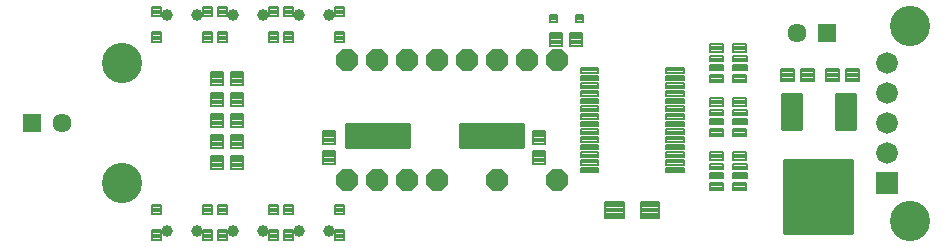
<source format=gts>
G75*
G70*
%OFA0B0*%
%FSLAX24Y24*%
%IPPOS*%
%LPD*%
%AMOC8*
5,1,8,0,0,1.08239X$1,22.5*
%
%ADD10C,0.1340*%
%ADD11R,0.0635X0.0635*%
%ADD12C,0.0635*%
%ADD13C,0.0081*%
%ADD14C,0.0081*%
%ADD15C,0.0084*%
%ADD16C,0.0082*%
%ADD17R,0.0720X0.0720*%
%ADD18C,0.0720*%
%ADD19C,0.0081*%
%ADD20C,0.0082*%
%ADD21OC8,0.0714*%
%ADD22C,0.0095*%
%ADD23C,0.0085*%
%ADD24C,0.0082*%
%ADD25C,0.0395*%
%ADD26C,0.0083*%
D10*
X004161Y002282D03*
X004161Y006282D03*
X030411Y007532D03*
X030411Y001032D03*
D11*
X027661Y007282D03*
X001161Y004282D03*
D12*
X002161Y004282D03*
X026661Y007282D03*
D13*
X026543Y005685D02*
X026111Y005685D01*
X026111Y006079D01*
X026543Y006079D01*
X026543Y005685D01*
X026543Y005765D02*
X026111Y005765D01*
X026111Y005845D02*
X026543Y005845D01*
X026543Y005925D02*
X026111Y005925D01*
X026111Y006005D02*
X026543Y006005D01*
X026780Y005685D02*
X027212Y005685D01*
X026780Y005685D02*
X026780Y006079D01*
X027212Y006079D01*
X027212Y005685D01*
X027212Y005765D02*
X026780Y005765D01*
X026780Y005845D02*
X027212Y005845D01*
X027212Y005925D02*
X026780Y005925D01*
X026780Y006005D02*
X027212Y006005D01*
X027611Y005685D02*
X028043Y005685D01*
X027611Y005685D02*
X027611Y006079D01*
X028043Y006079D01*
X028043Y005685D01*
X028043Y005765D02*
X027611Y005765D01*
X027611Y005845D02*
X028043Y005845D01*
X028043Y005925D02*
X027611Y005925D01*
X027611Y006005D02*
X028043Y006005D01*
X028280Y005685D02*
X028712Y005685D01*
X028280Y005685D02*
X028280Y006079D01*
X028712Y006079D01*
X028712Y005685D01*
X028712Y005765D02*
X028280Y005765D01*
X028280Y005845D02*
X028712Y005845D01*
X028712Y005925D02*
X028280Y005925D01*
X028280Y006005D02*
X028712Y006005D01*
X019493Y007298D02*
X019099Y007298D01*
X019493Y007298D02*
X019493Y006866D01*
X019099Y006866D01*
X019099Y007298D01*
X019099Y006946D02*
X019493Y006946D01*
X019493Y007026D02*
X019099Y007026D01*
X019099Y007106D02*
X019493Y007106D01*
X019493Y007186D02*
X019099Y007186D01*
X019099Y007266D02*
X019493Y007266D01*
X018824Y007298D02*
X018430Y007298D01*
X018824Y007298D02*
X018824Y006866D01*
X018430Y006866D01*
X018430Y007298D01*
X018430Y006946D02*
X018824Y006946D01*
X018824Y007026D02*
X018430Y007026D01*
X018430Y007106D02*
X018824Y007106D01*
X018824Y007186D02*
X018430Y007186D01*
X018430Y007266D02*
X018824Y007266D01*
X017864Y004033D02*
X017864Y003601D01*
X017864Y004033D02*
X018258Y004033D01*
X018258Y003601D01*
X017864Y003601D01*
X017864Y003681D02*
X018258Y003681D01*
X018258Y003761D02*
X017864Y003761D01*
X017864Y003841D02*
X018258Y003841D01*
X018258Y003921D02*
X017864Y003921D01*
X017864Y004001D02*
X018258Y004001D01*
X017864Y003364D02*
X017864Y002932D01*
X017864Y003364D02*
X018258Y003364D01*
X018258Y002932D01*
X017864Y002932D01*
X017864Y003012D02*
X018258Y003012D01*
X018258Y003092D02*
X017864Y003092D01*
X017864Y003172D02*
X018258Y003172D01*
X018258Y003252D02*
X017864Y003252D01*
X017864Y003332D02*
X018258Y003332D01*
X010864Y003364D02*
X010864Y002932D01*
X010864Y003364D02*
X011258Y003364D01*
X011258Y002932D01*
X010864Y002932D01*
X010864Y003012D02*
X011258Y003012D01*
X011258Y003092D02*
X010864Y003092D01*
X010864Y003172D02*
X011258Y003172D01*
X011258Y003252D02*
X010864Y003252D01*
X010864Y003332D02*
X011258Y003332D01*
X010864Y003601D02*
X010864Y004033D01*
X011258Y004033D01*
X011258Y003601D01*
X010864Y003601D01*
X010864Y003681D02*
X011258Y003681D01*
X011258Y003761D02*
X010864Y003761D01*
X010864Y003841D02*
X011258Y003841D01*
X011258Y003921D02*
X010864Y003921D01*
X010864Y004001D02*
X011258Y004001D01*
X008193Y003466D02*
X007799Y003466D01*
X007799Y003898D01*
X008193Y003898D01*
X008193Y003466D01*
X008193Y003546D02*
X007799Y003546D01*
X007799Y003626D02*
X008193Y003626D01*
X008193Y003706D02*
X007799Y003706D01*
X007799Y003786D02*
X008193Y003786D01*
X008193Y003866D02*
X007799Y003866D01*
X007524Y003466D02*
X007130Y003466D01*
X007130Y003898D01*
X007524Y003898D01*
X007524Y003466D01*
X007524Y003546D02*
X007130Y003546D01*
X007130Y003626D02*
X007524Y003626D01*
X007524Y003706D02*
X007130Y003706D01*
X007130Y003786D02*
X007524Y003786D01*
X007524Y003866D02*
X007130Y003866D01*
X007130Y004166D02*
X007524Y004166D01*
X007130Y004166D02*
X007130Y004598D01*
X007524Y004598D01*
X007524Y004166D01*
X007524Y004246D02*
X007130Y004246D01*
X007130Y004326D02*
X007524Y004326D01*
X007524Y004406D02*
X007130Y004406D01*
X007130Y004486D02*
X007524Y004486D01*
X007524Y004566D02*
X007130Y004566D01*
X007799Y004166D02*
X008193Y004166D01*
X007799Y004166D02*
X007799Y004598D01*
X008193Y004598D01*
X008193Y004166D01*
X008193Y004246D02*
X007799Y004246D01*
X007799Y004326D02*
X008193Y004326D01*
X008193Y004406D02*
X007799Y004406D01*
X007799Y004486D02*
X008193Y004486D01*
X008193Y004566D02*
X007799Y004566D01*
X007799Y004866D02*
X008193Y004866D01*
X007799Y004866D02*
X007799Y005298D01*
X008193Y005298D01*
X008193Y004866D01*
X008193Y004946D02*
X007799Y004946D01*
X007799Y005026D02*
X008193Y005026D01*
X008193Y005106D02*
X007799Y005106D01*
X007799Y005186D02*
X008193Y005186D01*
X008193Y005266D02*
X007799Y005266D01*
X007524Y004866D02*
X007130Y004866D01*
X007130Y005298D01*
X007524Y005298D01*
X007524Y004866D01*
X007524Y004946D02*
X007130Y004946D01*
X007130Y005026D02*
X007524Y005026D01*
X007524Y005106D02*
X007130Y005106D01*
X007130Y005186D02*
X007524Y005186D01*
X007524Y005266D02*
X007130Y005266D01*
X007130Y005566D02*
X007524Y005566D01*
X007130Y005566D02*
X007130Y005998D01*
X007524Y005998D01*
X007524Y005566D01*
X007524Y005646D02*
X007130Y005646D01*
X007130Y005726D02*
X007524Y005726D01*
X007524Y005806D02*
X007130Y005806D01*
X007130Y005886D02*
X007524Y005886D01*
X007524Y005966D02*
X007130Y005966D01*
X007799Y005566D02*
X008193Y005566D01*
X007799Y005566D02*
X007799Y005998D01*
X008193Y005998D01*
X008193Y005566D01*
X008193Y005646D02*
X007799Y005646D01*
X007799Y005726D02*
X008193Y005726D01*
X008193Y005806D02*
X007799Y005806D01*
X007799Y005886D02*
X008193Y005886D01*
X008193Y005966D02*
X007799Y005966D01*
X007799Y002766D02*
X008193Y002766D01*
X007799Y002766D02*
X007799Y003198D01*
X008193Y003198D01*
X008193Y002766D01*
X008193Y002846D02*
X007799Y002846D01*
X007799Y002926D02*
X008193Y002926D01*
X008193Y003006D02*
X007799Y003006D01*
X007799Y003086D02*
X008193Y003086D01*
X008193Y003166D02*
X007799Y003166D01*
X007524Y002766D02*
X007130Y002766D01*
X007130Y003198D01*
X007524Y003198D01*
X007524Y002766D01*
X007524Y002846D02*
X007130Y002846D01*
X007130Y002926D02*
X007524Y002926D01*
X007524Y003006D02*
X007130Y003006D01*
X007130Y003086D02*
X007524Y003086D01*
X007524Y003166D02*
X007130Y003166D01*
D14*
X019439Y003153D02*
X019439Y003309D01*
X020029Y003309D01*
X020029Y003153D01*
X019439Y003153D01*
X019439Y003233D02*
X020029Y003233D01*
X019439Y003409D02*
X019439Y003565D01*
X020029Y003565D01*
X020029Y003409D01*
X019439Y003409D01*
X019439Y003489D02*
X020029Y003489D01*
X019439Y003664D02*
X019439Y003820D01*
X020029Y003820D01*
X020029Y003664D01*
X019439Y003664D01*
X019439Y003744D02*
X020029Y003744D01*
X019439Y003920D02*
X019439Y004076D01*
X020029Y004076D01*
X020029Y003920D01*
X019439Y003920D01*
X019439Y004000D02*
X020029Y004000D01*
X019439Y004176D02*
X019439Y004332D01*
X020029Y004332D01*
X020029Y004176D01*
X019439Y004176D01*
X019439Y004256D02*
X020029Y004256D01*
X019439Y004432D02*
X019439Y004588D01*
X020029Y004588D01*
X020029Y004432D01*
X019439Y004432D01*
X019439Y004512D02*
X020029Y004512D01*
X019439Y004688D02*
X019439Y004844D01*
X020029Y004844D01*
X020029Y004688D01*
X019439Y004688D01*
X019439Y004768D02*
X020029Y004768D01*
X019439Y004944D02*
X019439Y005100D01*
X020029Y005100D01*
X020029Y004944D01*
X019439Y004944D01*
X019439Y005024D02*
X020029Y005024D01*
X019439Y005200D02*
X019439Y005356D01*
X020029Y005356D01*
X020029Y005200D01*
X019439Y005200D01*
X019439Y005280D02*
X020029Y005280D01*
X019439Y005456D02*
X019439Y005612D01*
X020029Y005612D01*
X020029Y005456D01*
X019439Y005456D01*
X019439Y005536D02*
X020029Y005536D01*
X019439Y005712D02*
X019439Y005868D01*
X020029Y005868D01*
X020029Y005712D01*
X019439Y005712D01*
X019439Y005792D02*
X020029Y005792D01*
X019439Y005968D02*
X019439Y006124D01*
X020029Y006124D01*
X020029Y005968D01*
X019439Y005968D01*
X019439Y006048D02*
X020029Y006048D01*
X022293Y005968D02*
X022293Y006124D01*
X022883Y006124D01*
X022883Y005968D01*
X022293Y005968D01*
X022293Y006048D02*
X022883Y006048D01*
X022293Y005868D02*
X022293Y005712D01*
X022293Y005868D02*
X022883Y005868D01*
X022883Y005712D01*
X022293Y005712D01*
X022293Y005792D02*
X022883Y005792D01*
X022293Y005612D02*
X022293Y005456D01*
X022293Y005612D02*
X022883Y005612D01*
X022883Y005456D01*
X022293Y005456D01*
X022293Y005536D02*
X022883Y005536D01*
X022293Y005356D02*
X022293Y005200D01*
X022293Y005356D02*
X022883Y005356D01*
X022883Y005200D01*
X022293Y005200D01*
X022293Y005280D02*
X022883Y005280D01*
X022293Y005100D02*
X022293Y004944D01*
X022293Y005100D02*
X022883Y005100D01*
X022883Y004944D01*
X022293Y004944D01*
X022293Y005024D02*
X022883Y005024D01*
X022293Y004844D02*
X022293Y004688D01*
X022293Y004844D02*
X022883Y004844D01*
X022883Y004688D01*
X022293Y004688D01*
X022293Y004768D02*
X022883Y004768D01*
X022293Y004588D02*
X022293Y004432D01*
X022293Y004588D02*
X022883Y004588D01*
X022883Y004432D01*
X022293Y004432D01*
X022293Y004512D02*
X022883Y004512D01*
X022293Y004332D02*
X022293Y004176D01*
X022293Y004332D02*
X022883Y004332D01*
X022883Y004176D01*
X022293Y004176D01*
X022293Y004256D02*
X022883Y004256D01*
X022293Y004076D02*
X022293Y003920D01*
X022293Y004076D02*
X022883Y004076D01*
X022883Y003920D01*
X022293Y003920D01*
X022293Y004000D02*
X022883Y004000D01*
X022293Y003820D02*
X022293Y003664D01*
X022293Y003820D02*
X022883Y003820D01*
X022883Y003664D01*
X022293Y003664D01*
X022293Y003744D02*
X022883Y003744D01*
X022293Y003565D02*
X022293Y003409D01*
X022293Y003565D02*
X022883Y003565D01*
X022883Y003409D01*
X022293Y003409D01*
X022293Y003489D02*
X022883Y003489D01*
X022293Y003309D02*
X022293Y003153D01*
X022293Y003309D02*
X022883Y003309D01*
X022883Y003153D01*
X022293Y003153D01*
X022293Y003233D02*
X022883Y003233D01*
X022293Y003053D02*
X022293Y002897D01*
X022293Y003053D02*
X022883Y003053D01*
X022883Y002897D01*
X022293Y002897D01*
X022293Y002977D02*
X022883Y002977D01*
X022293Y002797D02*
X022293Y002641D01*
X022293Y002797D02*
X022883Y002797D01*
X022883Y002641D01*
X022293Y002641D01*
X022293Y002721D02*
X022883Y002721D01*
X019439Y002641D02*
X019439Y002797D01*
X020029Y002797D01*
X020029Y002641D01*
X019439Y002641D01*
X019439Y002721D02*
X020029Y002721D01*
X019439Y002897D02*
X019439Y003053D01*
X020029Y003053D01*
X020029Y002897D01*
X019439Y002897D01*
X019439Y002977D02*
X020029Y002977D01*
D15*
X017509Y004260D02*
X015413Y004260D01*
X017509Y004260D02*
X017509Y003504D01*
X015413Y003504D01*
X015413Y004260D01*
X015413Y003587D02*
X017509Y003587D01*
X017509Y003670D02*
X015413Y003670D01*
X015413Y003753D02*
X017509Y003753D01*
X017509Y003836D02*
X015413Y003836D01*
X015413Y003919D02*
X017509Y003919D01*
X017509Y004002D02*
X015413Y004002D01*
X015413Y004085D02*
X017509Y004085D01*
X017509Y004168D02*
X015413Y004168D01*
X015413Y004251D02*
X017509Y004251D01*
X013709Y004260D02*
X011613Y004260D01*
X013709Y004260D02*
X013709Y003504D01*
X011613Y003504D01*
X011613Y004260D01*
X011613Y003587D02*
X013709Y003587D01*
X013709Y003670D02*
X011613Y003670D01*
X011613Y003753D02*
X013709Y003753D01*
X013709Y003836D02*
X011613Y003836D01*
X011613Y003919D02*
X013709Y003919D01*
X013709Y004002D02*
X011613Y004002D01*
X011613Y004085D02*
X013709Y004085D01*
X013709Y004168D02*
X011613Y004168D01*
X011613Y004251D02*
X013709Y004251D01*
D16*
X020257Y001108D02*
X020885Y001108D01*
X020257Y001108D02*
X020257Y001656D01*
X020885Y001656D01*
X020885Y001108D01*
X020885Y001189D02*
X020257Y001189D01*
X020257Y001270D02*
X020885Y001270D01*
X020885Y001351D02*
X020257Y001351D01*
X020257Y001432D02*
X020885Y001432D01*
X020885Y001513D02*
X020257Y001513D01*
X020257Y001594D02*
X020885Y001594D01*
X021438Y001656D02*
X022066Y001656D01*
X022066Y001108D01*
X021438Y001108D01*
X021438Y001656D01*
X021438Y001189D02*
X022066Y001189D01*
X022066Y001270D02*
X021438Y001270D01*
X021438Y001351D02*
X022066Y001351D01*
X022066Y001432D02*
X021438Y001432D01*
X021438Y001513D02*
X022066Y001513D01*
X022066Y001594D02*
X021438Y001594D01*
D17*
X029661Y002282D03*
D18*
X029661Y003282D03*
X029661Y004282D03*
X029661Y005282D03*
X029661Y006282D03*
D19*
X024971Y006211D02*
X024971Y006039D01*
X024519Y006039D01*
X024519Y006211D01*
X024971Y006211D01*
X024971Y006119D02*
X024519Y006119D01*
X024519Y006199D02*
X024971Y006199D01*
X024971Y006354D02*
X024971Y006526D01*
X024971Y006354D02*
X024519Y006354D01*
X024519Y006526D01*
X024971Y006526D01*
X024971Y006434D02*
X024519Y006434D01*
X024519Y006514D02*
X024971Y006514D01*
X024203Y006526D02*
X024203Y006354D01*
X023751Y006354D01*
X023751Y006526D01*
X024203Y006526D01*
X024203Y006434D02*
X023751Y006434D01*
X023751Y006514D02*
X024203Y006514D01*
X024203Y006211D02*
X024203Y006039D01*
X023751Y006039D01*
X023751Y006211D01*
X024203Y006211D01*
X024203Y006119D02*
X023751Y006119D01*
X023751Y006199D02*
X024203Y006199D01*
X024203Y004726D02*
X024203Y004554D01*
X023751Y004554D01*
X023751Y004726D01*
X024203Y004726D01*
X024203Y004634D02*
X023751Y004634D01*
X023751Y004714D02*
X024203Y004714D01*
X024971Y004726D02*
X024971Y004554D01*
X024519Y004554D01*
X024519Y004726D01*
X024971Y004726D01*
X024971Y004634D02*
X024519Y004634D01*
X024519Y004714D02*
X024971Y004714D01*
X024971Y004411D02*
X024971Y004239D01*
X024519Y004239D01*
X024519Y004411D01*
X024971Y004411D01*
X024971Y004319D02*
X024519Y004319D01*
X024519Y004399D02*
X024971Y004399D01*
X024203Y004411D02*
X024203Y004239D01*
X023751Y004239D01*
X023751Y004411D01*
X024203Y004411D01*
X024203Y004319D02*
X023751Y004319D01*
X023751Y004399D02*
X024203Y004399D01*
X024203Y002926D02*
X024203Y002754D01*
X023751Y002754D01*
X023751Y002926D01*
X024203Y002926D01*
X024203Y002834D02*
X023751Y002834D01*
X023751Y002914D02*
X024203Y002914D01*
X024971Y002926D02*
X024971Y002754D01*
X024519Y002754D01*
X024519Y002926D01*
X024971Y002926D01*
X024971Y002834D02*
X024519Y002834D01*
X024519Y002914D02*
X024971Y002914D01*
X024971Y002611D02*
X024971Y002439D01*
X024519Y002439D01*
X024519Y002611D01*
X024971Y002611D01*
X024971Y002519D02*
X024519Y002519D01*
X024519Y002599D02*
X024971Y002599D01*
X024203Y002611D02*
X024203Y002439D01*
X023751Y002439D01*
X023751Y002611D01*
X024203Y002611D01*
X024203Y002519D02*
X023751Y002519D01*
X023751Y002599D02*
X024203Y002599D01*
D20*
X024202Y002295D02*
X024202Y002049D01*
X023752Y002049D01*
X023752Y002295D01*
X024202Y002295D01*
X024202Y002130D02*
X023752Y002130D01*
X023752Y002211D02*
X024202Y002211D01*
X024202Y002292D02*
X023752Y002292D01*
X024970Y002295D02*
X024970Y002049D01*
X024520Y002049D01*
X024520Y002295D01*
X024970Y002295D01*
X024970Y002130D02*
X024520Y002130D01*
X024520Y002211D02*
X024970Y002211D01*
X024970Y002292D02*
X024520Y002292D01*
X024970Y003069D02*
X024970Y003315D01*
X024970Y003069D02*
X024520Y003069D01*
X024520Y003315D01*
X024970Y003315D01*
X024970Y003150D02*
X024520Y003150D01*
X024520Y003231D02*
X024970Y003231D01*
X024970Y003312D02*
X024520Y003312D01*
X024202Y003315D02*
X024202Y003069D01*
X023752Y003069D01*
X023752Y003315D01*
X024202Y003315D01*
X024202Y003150D02*
X023752Y003150D01*
X023752Y003231D02*
X024202Y003231D01*
X024202Y003312D02*
X023752Y003312D01*
X024202Y003849D02*
X024202Y004095D01*
X024202Y003849D02*
X023752Y003849D01*
X023752Y004095D01*
X024202Y004095D01*
X024202Y003930D02*
X023752Y003930D01*
X023752Y004011D02*
X024202Y004011D01*
X024202Y004092D02*
X023752Y004092D01*
X024970Y004095D02*
X024970Y003849D01*
X024520Y003849D01*
X024520Y004095D01*
X024970Y004095D01*
X024970Y003930D02*
X024520Y003930D01*
X024520Y004011D02*
X024970Y004011D01*
X024970Y004092D02*
X024520Y004092D01*
X024970Y004869D02*
X024970Y005115D01*
X024970Y004869D02*
X024520Y004869D01*
X024520Y005115D01*
X024970Y005115D01*
X024970Y004950D02*
X024520Y004950D01*
X024520Y005031D02*
X024970Y005031D01*
X024970Y005112D02*
X024520Y005112D01*
X024202Y005115D02*
X024202Y004869D01*
X023752Y004869D01*
X023752Y005115D01*
X024202Y005115D01*
X024202Y004950D02*
X023752Y004950D01*
X023752Y005031D02*
X024202Y005031D01*
X024202Y005112D02*
X023752Y005112D01*
X024202Y005649D02*
X024202Y005895D01*
X024202Y005649D02*
X023752Y005649D01*
X023752Y005895D01*
X024202Y005895D01*
X024202Y005730D02*
X023752Y005730D01*
X023752Y005811D02*
X024202Y005811D01*
X024202Y005892D02*
X023752Y005892D01*
X024970Y005895D02*
X024970Y005649D01*
X024520Y005649D01*
X024520Y005895D01*
X024970Y005895D01*
X024970Y005730D02*
X024520Y005730D01*
X024520Y005811D02*
X024970Y005811D01*
X024970Y005892D02*
X024520Y005892D01*
X024970Y006669D02*
X024970Y006915D01*
X024970Y006669D02*
X024520Y006669D01*
X024520Y006915D01*
X024970Y006915D01*
X024970Y006750D02*
X024520Y006750D01*
X024520Y006831D02*
X024970Y006831D01*
X024970Y006912D02*
X024520Y006912D01*
X024202Y006915D02*
X024202Y006669D01*
X023752Y006669D01*
X023752Y006915D01*
X024202Y006915D01*
X024202Y006750D02*
X023752Y006750D01*
X023752Y006831D02*
X024202Y006831D01*
X024202Y006912D02*
X023752Y006912D01*
D21*
X018661Y006382D03*
X017661Y006382D03*
X016661Y006382D03*
X015661Y006382D03*
X014661Y006382D03*
X013661Y006382D03*
X012661Y006382D03*
X011661Y006382D03*
X011661Y002382D03*
X012661Y002382D03*
X013661Y002382D03*
X014661Y002382D03*
X016661Y002382D03*
X018661Y002382D03*
D22*
X026227Y003058D02*
X028495Y003058D01*
X028495Y000632D01*
X026227Y000632D01*
X026227Y003058D01*
X026227Y000726D02*
X028495Y000726D01*
X028495Y000820D02*
X026227Y000820D01*
X026227Y000914D02*
X028495Y000914D01*
X028495Y001008D02*
X026227Y001008D01*
X026227Y001102D02*
X028495Y001102D01*
X028495Y001196D02*
X026227Y001196D01*
X026227Y001290D02*
X028495Y001290D01*
X028495Y001384D02*
X026227Y001384D01*
X026227Y001478D02*
X028495Y001478D01*
X028495Y001572D02*
X026227Y001572D01*
X026227Y001666D02*
X028495Y001666D01*
X028495Y001760D02*
X026227Y001760D01*
X026227Y001854D02*
X028495Y001854D01*
X028495Y001948D02*
X026227Y001948D01*
X026227Y002042D02*
X028495Y002042D01*
X028495Y002136D02*
X026227Y002136D01*
X026227Y002230D02*
X028495Y002230D01*
X028495Y002324D02*
X026227Y002324D01*
X026227Y002418D02*
X028495Y002418D01*
X028495Y002512D02*
X026227Y002512D01*
X026227Y002606D02*
X028495Y002606D01*
X028495Y002700D02*
X026227Y002700D01*
X026227Y002794D02*
X028495Y002794D01*
X028495Y002888D02*
X026227Y002888D01*
X026227Y002982D02*
X028495Y002982D01*
D23*
X028572Y005260D02*
X027946Y005260D01*
X028572Y005260D02*
X028572Y004084D01*
X027946Y004084D01*
X027946Y005260D01*
X027946Y004168D02*
X028572Y004168D01*
X028572Y004252D02*
X027946Y004252D01*
X027946Y004336D02*
X028572Y004336D01*
X028572Y004420D02*
X027946Y004420D01*
X027946Y004504D02*
X028572Y004504D01*
X028572Y004588D02*
X027946Y004588D01*
X027946Y004672D02*
X028572Y004672D01*
X028572Y004756D02*
X027946Y004756D01*
X027946Y004840D02*
X028572Y004840D01*
X028572Y004924D02*
X027946Y004924D01*
X027946Y005008D02*
X028572Y005008D01*
X028572Y005092D02*
X027946Y005092D01*
X027946Y005176D02*
X028572Y005176D01*
X028572Y005260D02*
X027946Y005260D01*
X026777Y005260D02*
X026151Y005260D01*
X026777Y005260D02*
X026777Y004084D01*
X026151Y004084D01*
X026151Y005260D01*
X026151Y004168D02*
X026777Y004168D01*
X026777Y004252D02*
X026151Y004252D01*
X026151Y004336D02*
X026777Y004336D01*
X026777Y004420D02*
X026151Y004420D01*
X026151Y004504D02*
X026777Y004504D01*
X026777Y004588D02*
X026151Y004588D01*
X026151Y004672D02*
X026777Y004672D01*
X026777Y004756D02*
X026151Y004756D01*
X026151Y004840D02*
X026777Y004840D01*
X026777Y004924D02*
X026151Y004924D01*
X026151Y005008D02*
X026777Y005008D01*
X026777Y005092D02*
X026151Y005092D01*
X026151Y005176D02*
X026777Y005176D01*
X026777Y005260D02*
X026151Y005260D01*
D24*
X019511Y007665D02*
X019277Y007665D01*
X019277Y007899D01*
X019511Y007899D01*
X019511Y007665D01*
X019511Y007746D02*
X019277Y007746D01*
X019277Y007827D02*
X019511Y007827D01*
X018645Y007665D02*
X018411Y007665D01*
X018411Y007899D01*
X018645Y007899D01*
X018645Y007665D01*
X018645Y007746D02*
X018411Y007746D01*
X018411Y007827D02*
X018645Y007827D01*
D25*
X011053Y007877D03*
X011053Y007877D03*
X010069Y007877D03*
X010069Y007877D03*
X008853Y007877D03*
X008853Y007877D03*
X007869Y007877D03*
X007869Y007877D03*
X006653Y007877D03*
X006653Y007877D03*
X005669Y007877D03*
X005669Y007877D03*
X005669Y000687D03*
X005669Y000687D03*
X006653Y000687D03*
X006653Y000687D03*
X007869Y000687D03*
X007869Y000687D03*
X008853Y000687D03*
X008853Y000687D03*
X010069Y000687D03*
X010069Y000687D03*
X011053Y000687D03*
X011053Y000687D03*
D26*
X005469Y000393D02*
X005157Y000393D01*
X005157Y000705D01*
X005469Y000705D01*
X005469Y000393D01*
X005469Y000475D02*
X005157Y000475D01*
X005157Y000557D02*
X005469Y000557D01*
X005469Y000639D02*
X005157Y000639D01*
X005157Y001259D02*
X005469Y001259D01*
X005157Y001259D02*
X005157Y001571D01*
X005469Y001571D01*
X005469Y001259D01*
X005469Y001341D02*
X005157Y001341D01*
X005157Y001423D02*
X005469Y001423D01*
X005469Y001505D02*
X005157Y001505D01*
X006853Y001259D02*
X007165Y001259D01*
X006853Y001259D02*
X006853Y001571D01*
X007165Y001571D01*
X007165Y001259D01*
X007165Y001341D02*
X006853Y001341D01*
X006853Y001423D02*
X007165Y001423D01*
X007165Y001505D02*
X006853Y001505D01*
X007357Y001259D02*
X007669Y001259D01*
X007357Y001259D02*
X007357Y001571D01*
X007669Y001571D01*
X007669Y001259D01*
X007669Y001341D02*
X007357Y001341D01*
X007357Y001423D02*
X007669Y001423D01*
X007669Y001505D02*
X007357Y001505D01*
X009053Y001259D02*
X009365Y001259D01*
X009053Y001259D02*
X009053Y001571D01*
X009365Y001571D01*
X009365Y001259D01*
X009365Y001341D02*
X009053Y001341D01*
X009053Y001423D02*
X009365Y001423D01*
X009365Y001505D02*
X009053Y001505D01*
X009557Y001259D02*
X009869Y001259D01*
X009557Y001259D02*
X009557Y001571D01*
X009869Y001571D01*
X009869Y001259D01*
X009869Y001341D02*
X009557Y001341D01*
X009557Y001423D02*
X009869Y001423D01*
X009869Y001505D02*
X009557Y001505D01*
X011253Y001259D02*
X011565Y001259D01*
X011253Y001259D02*
X011253Y001571D01*
X011565Y001571D01*
X011565Y001259D01*
X011565Y001341D02*
X011253Y001341D01*
X011253Y001423D02*
X011565Y001423D01*
X011565Y001505D02*
X011253Y001505D01*
X011253Y000393D02*
X011565Y000393D01*
X011253Y000393D02*
X011253Y000705D01*
X011565Y000705D01*
X011565Y000393D01*
X011565Y000475D02*
X011253Y000475D01*
X011253Y000557D02*
X011565Y000557D01*
X011565Y000639D02*
X011253Y000639D01*
X009869Y000393D02*
X009557Y000393D01*
X009557Y000705D01*
X009869Y000705D01*
X009869Y000393D01*
X009869Y000475D02*
X009557Y000475D01*
X009557Y000557D02*
X009869Y000557D01*
X009869Y000639D02*
X009557Y000639D01*
X009365Y000393D02*
X009053Y000393D01*
X009053Y000705D01*
X009365Y000705D01*
X009365Y000393D01*
X009365Y000475D02*
X009053Y000475D01*
X009053Y000557D02*
X009365Y000557D01*
X009365Y000639D02*
X009053Y000639D01*
X007669Y000393D02*
X007357Y000393D01*
X007357Y000705D01*
X007669Y000705D01*
X007669Y000393D01*
X007669Y000475D02*
X007357Y000475D01*
X007357Y000557D02*
X007669Y000557D01*
X007669Y000639D02*
X007357Y000639D01*
X007165Y000393D02*
X006853Y000393D01*
X006853Y000705D01*
X007165Y000705D01*
X007165Y000393D01*
X007165Y000475D02*
X006853Y000475D01*
X006853Y000557D02*
X007165Y000557D01*
X007165Y000639D02*
X006853Y000639D01*
X006853Y007305D02*
X007165Y007305D01*
X007165Y006993D01*
X006853Y006993D01*
X006853Y007305D01*
X006853Y007075D02*
X007165Y007075D01*
X007165Y007157D02*
X006853Y007157D01*
X006853Y007239D02*
X007165Y007239D01*
X007357Y007305D02*
X007669Y007305D01*
X007669Y006993D01*
X007357Y006993D01*
X007357Y007305D01*
X007357Y007075D02*
X007669Y007075D01*
X007669Y007157D02*
X007357Y007157D01*
X007357Y007239D02*
X007669Y007239D01*
X009053Y007305D02*
X009365Y007305D01*
X009365Y006993D01*
X009053Y006993D01*
X009053Y007305D01*
X009053Y007075D02*
X009365Y007075D01*
X009365Y007157D02*
X009053Y007157D01*
X009053Y007239D02*
X009365Y007239D01*
X009557Y007305D02*
X009869Y007305D01*
X009869Y006993D01*
X009557Y006993D01*
X009557Y007305D01*
X009557Y007075D02*
X009869Y007075D01*
X009869Y007157D02*
X009557Y007157D01*
X009557Y007239D02*
X009869Y007239D01*
X011253Y007305D02*
X011565Y007305D01*
X011565Y006993D01*
X011253Y006993D01*
X011253Y007305D01*
X011253Y007075D02*
X011565Y007075D01*
X011565Y007157D02*
X011253Y007157D01*
X011253Y007239D02*
X011565Y007239D01*
X011565Y008171D02*
X011253Y008171D01*
X011565Y008171D02*
X011565Y007859D01*
X011253Y007859D01*
X011253Y008171D01*
X011253Y007941D02*
X011565Y007941D01*
X011565Y008023D02*
X011253Y008023D01*
X011253Y008105D02*
X011565Y008105D01*
X009869Y008171D02*
X009557Y008171D01*
X009869Y008171D02*
X009869Y007859D01*
X009557Y007859D01*
X009557Y008171D01*
X009557Y007941D02*
X009869Y007941D01*
X009869Y008023D02*
X009557Y008023D01*
X009557Y008105D02*
X009869Y008105D01*
X009365Y008171D02*
X009053Y008171D01*
X009365Y008171D02*
X009365Y007859D01*
X009053Y007859D01*
X009053Y008171D01*
X009053Y007941D02*
X009365Y007941D01*
X009365Y008023D02*
X009053Y008023D01*
X009053Y008105D02*
X009365Y008105D01*
X007669Y008171D02*
X007357Y008171D01*
X007669Y008171D02*
X007669Y007859D01*
X007357Y007859D01*
X007357Y008171D01*
X007357Y007941D02*
X007669Y007941D01*
X007669Y008023D02*
X007357Y008023D01*
X007357Y008105D02*
X007669Y008105D01*
X007165Y008171D02*
X006853Y008171D01*
X007165Y008171D02*
X007165Y007859D01*
X006853Y007859D01*
X006853Y008171D01*
X006853Y007941D02*
X007165Y007941D01*
X007165Y008023D02*
X006853Y008023D01*
X006853Y008105D02*
X007165Y008105D01*
X005469Y008171D02*
X005157Y008171D01*
X005469Y008171D02*
X005469Y007859D01*
X005157Y007859D01*
X005157Y008171D01*
X005157Y007941D02*
X005469Y007941D01*
X005469Y008023D02*
X005157Y008023D01*
X005157Y008105D02*
X005469Y008105D01*
X005469Y007305D02*
X005157Y007305D01*
X005469Y007305D02*
X005469Y006993D01*
X005157Y006993D01*
X005157Y007305D01*
X005157Y007075D02*
X005469Y007075D01*
X005469Y007157D02*
X005157Y007157D01*
X005157Y007239D02*
X005469Y007239D01*
M02*

</source>
